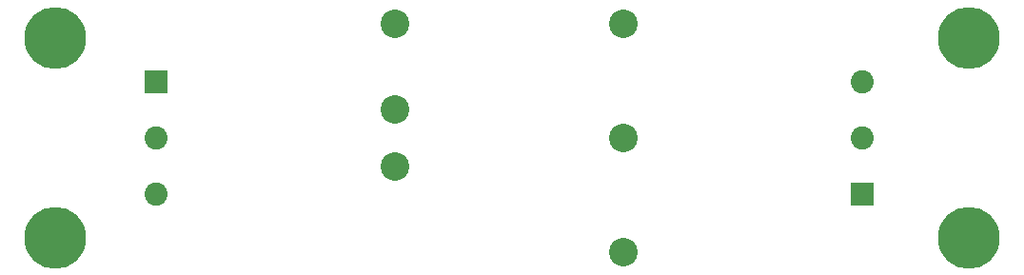
<source format=gbs>
%FSLAX33Y33*%
%MOMM*%
%AMRect-W2049999-H2049999-RO0.500*
21,1,2.049999,2.049999,0.,0.,270*%
%AMRect-W2049999-H2049999-RO1.500*
21,1,2.049999,2.049999,0.,0.,90*%
%ADD10C,5.5*%
%ADD11C,2.049999*%
%ADD12Rect-W2049999-H2049999-RO0.500*%
%ADD13C,2.049999*%
%ADD14Rect-W2049999-H2049999-RO1.500*%
%ADD15C,2.54*%
D10*
%LNbottom solder mask_traces*%
%LNbottom solder mask component 4ed973ee168ef51e*%
G01*
X3810Y3810D03*
%LNbottom solder mask component d471e9cb206998b3*%
D11*
X12800Y12700D03*
X12800Y7700D03*
D12*
X12800Y17700D03*
%LNbottom solder mask component 0150211cd070c59b*%
D13*
X75592Y12700D03*
X75592Y17700D03*
D14*
X75592Y7700D03*
%LNbottom solder mask component a88b08866a0f6951*%
D10*
X85090Y21590D03*
%LNbottom solder mask component b250d4b8687d3700*%
X85090Y3810D03*
%LNbottom solder mask component 451a96529c5ac4a0*%
X3810Y21590D03*
%LNbottom solder mask component c304839c2677ef3f*%
D15*
X34036Y22860D03*
X34036Y10160D03*
X54356Y22860D03*
X54356Y2540D03*
X54356Y12700D03*
X34036Y15240D03*
M02*
</source>
